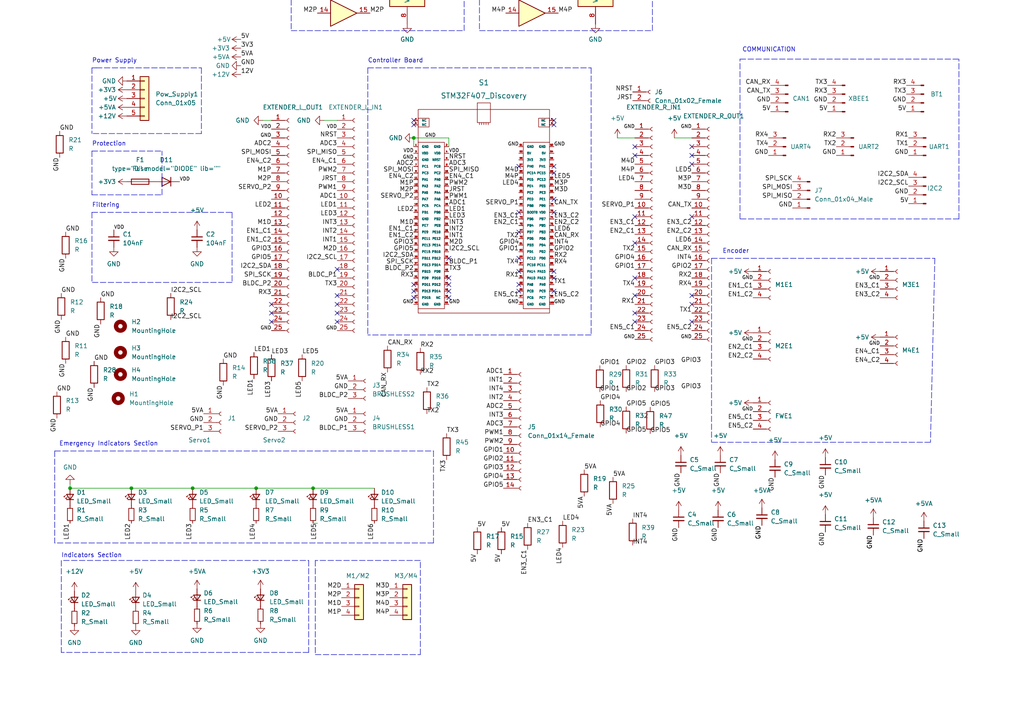
<source format=kicad_sch>
(kicad_sch (version 20211123) (generator eeschema)
  (paper "A4")
  (junction (at 38.1 141.605))
  (junction (at 120.015 40.005))
  (junction (at 74.295 141.605))
  (junction (at 55.88 141.605))
  (junction (at 90.805 141.605))
  (junction (at 20.32 141.605))
  (no_connect (at 120.015 82.55))
  (no_connect (at 130.175 80.645))
  (no_connect (at 184.15 45.085))
  (no_connect (at 160.655 57.785))
  (no_connect (at 200.66 85.725))
  (no_connect (at 120.015 36.195))
  (no_connect (at 78.74 88.265))
  (no_connect (at 160.655 78.74))
  (no_connect (at 160.655 34.925))
  (no_connect (at 150.495 61.595))
  (no_connect (at 200.66 93.345))
  (no_connect (at 200.66 42.545))
  (no_connect (at 160.655 84.455))
  (no_connect (at 160.655 61.595))
  (no_connect (at 184.15 62.865))
  (no_connect (at 97.79 90.805))
  (no_connect (at 150.495 67.31))
  (no_connect (at 160.655 48.26))
  (no_connect (at 150.495 74.93))
  (no_connect (at 97.79 85.725))
  (no_connect (at 150.495 84.455))
  (no_connect (at 78.74 93.345))
  (no_connect (at 97.79 88.265))
  (no_connect (at 200.66 45.085))
  (no_connect (at 130.175 82.55))
  (no_connect (at 184.15 93.345))
  (no_connect (at 184.15 42.545))
  (no_connect (at 120.015 34.925))
  (no_connect (at 200.66 62.865))
  (no_connect (at 130.175 74.93))
  (no_connect (at 184.15 85.725))
  (no_connect (at 184.15 90.805))
  (no_connect (at 160.655 50.165))
  (no_connect (at 130.175 86.36))
  (no_connect (at 97.79 93.345))
  (no_connect (at 160.655 80.645))
  (no_connect (at 97.79 78.105))
  (no_connect (at 160.655 36.195))
  (no_connect (at 120.015 86.36))
  (no_connect (at 184.15 80.645))
  (no_connect (at 184.15 70.485))
  (no_connect (at 200.66 88.265))
  (no_connect (at 150.495 78.74))
  (no_connect (at 200.66 47.625))
  (no_connect (at 150.495 82.55))
  (no_connect (at 130.175 84.455))
  (no_connect (at 120.015 84.455))
  (no_connect (at 150.495 48.26))
  (no_connect (at 78.74 90.805))
  (polyline (pts (xy 206.375 74.93) (xy 271.145 74.93)))
  (polyline (pts (xy 139.065 8.89) (xy 189.23 8.89)))
  (polyline (pts (xy 214.63 63.5) (xy 214.63 17.145)))
  (polyline (pts (xy 46.99 56.515) (xy 46.99 43.815)))
  (polyline (pts (xy 271.145 74.93) (xy 269.875 128.27)))
  (wire (pts (xy 90.805 141.605) (xy 108.585 141.605)))
  (wire (pts (xy 92.075 151.765) (xy 90.805 151.765)))
  (polyline (pts (xy 84.455 8.89) (xy 134.62 8.89)))
  (polyline (pts (xy 278.13 63.5) (xy 214.63 63.5)))
  (wire (pts (xy 20.32 141.605) (xy 38.1 141.605)))
  (polyline (pts (xy 27.94 19.685) (xy 58.42 19.685)))
  (wire (pts (xy 195.58 40.005) (xy 200.66 40.005)))
  (polyline (pts (xy 26.67 19.685) (xy 26.67 38.735)))
  (polyline (pts (xy 26.67 56.515) (xy 46.99 56.515)))
  (polyline (pts (xy 121.92 162.56) (xy 91.44 162.56)))
  (polyline (pts (xy 125.73 130.81) (xy 125.73 157.48)))
  (polyline (pts (xy 26.67 61.595) (xy 67.31 61.595)))
  (polyline (pts (xy 89.535 189.23) (xy 17.78 189.23)))
  (polyline (pts (xy 26.67 43.815) (xy 26.67 56.515)))
  (polyline (pts (xy 139.065 -52.705) (xy 182.88 -52.705)))
  (polyline (pts (xy 171.45 19.685) (xy 171.45 97.155)))
  (polyline (pts (xy 269.875 128.27) (xy 206.375 128.27)))
  (polyline (pts (xy 15.875 130.81) (xy 125.73 130.81)))
  (polyline (pts (xy 89.535 162.56) (xy 89.535 189.23)))
  (wire (pts (xy 93.98 34.925) (xy 97.79 34.925)))
  (polyline (pts (xy 15.875 130.81) (xy 15.875 157.48)))
  (polyline (pts (xy 121.92 189.865) (xy 121.92 162.56)))
  (wire (pts (xy 76.2 34.925) (xy 78.74 34.925)))
  (polyline (pts (xy 106.68 19.685) (xy 106.68 97.155)))
  (wire (pts (xy 38.1 141.605) (xy 55.88 141.605)))
  (polyline (pts (xy 91.44 189.865) (xy 121.92 189.865)))
  (polyline (pts (xy 58.42 38.735) (xy 26.67 38.735)))
  (wire (pts (xy 130.175 40.005) (xy 130.175 42.545)))
  (polyline (pts (xy 171.45 97.155) (xy 106.68 97.155)))
  (polyline (pts (xy 58.42 19.685) (xy 58.42 38.735)))
  (polyline (pts (xy 18.415 162.56) (xy 89.535 162.56)))
  (polyline (pts (xy 84.455 -52.705) (xy 128.27 -52.705)))
  (wire (pts (xy 20.32 140.335) (xy 20.32 141.605)))
  (polyline (pts (xy 67.31 61.595) (xy 67.31 81.915)))
  (polyline (pts (xy 206.375 74.93) (xy 206.375 128.27)))
  (polyline (pts (xy 26.67 19.685) (xy 27.94 19.685)))
  (polyline (pts (xy 182.245 -52.705) (xy 189.23 -52.705)))
  (polyline (pts (xy 214.63 17.145) (xy 278.13 17.145)))
  (polyline (pts (xy 17.78 162.56) (xy 17.78 189.23)))
  (polyline (pts (xy 139.065 -52.705) (xy 139.065 8.89)))
  (wire (pts (xy 150.622 71.12) (xy 150.495 71.12)))
  (polyline (pts (xy 106.68 19.685) (xy 171.45 19.685)))
  (polyline (pts (xy 125.73 157.48) (xy 15.875 157.48)))
  (polyline (pts (xy 26.67 61.595) (xy 26.67 81.915)))
  (polyline (pts (xy 91.44 162.56) (xy 91.44 189.865)))
  (wire (pts (xy 55.88 141.605) (xy 74.295 141.605)))
  (polyline (pts (xy 278.13 63.5) (xy 278.13 17.145)))
  (wire (pts (xy 179.07 40.005) (xy 184.15 40.005)))
  (wire (pts (xy 120.015 40.005) (xy 120.015 42.545)))
  (wire (pts (xy 120.015 40.005) (xy 130.175 40.005)))
  (polyline (pts (xy 67.31 81.915) (xy 26.67 81.915)))
  (polyline (pts (xy 134.62 8.89) (xy 134.62 -52.705)))
  (wire (pts (xy 74.295 141.605) (xy 90.805 141.605)))
  (polyline (pts (xy 189.23 8.89) (xy 189.23 -52.705)))
  (polyline (pts (xy 84.455 -52.705) (xy 84.455 8.89)))
  (polyline (pts (xy 127.635 -52.705) (xy 134.62 -52.705)))
  (polyline (pts (xy 26.67 43.815) (xy 46.99 43.815)))
  (text "Encoder \n" (at 209.55 73.66 0) (effects (font (size 1.27 1.27)) (justify left bottom)))
  (text "Indicators Section" (at 17.78 161.925 0) (effects (font (size 1.27 1.27)) (justify left bottom)))
  (text "Buffer 1" (at 88.265 -55.245 0) (effects (font (size 1.27 1.27)) (justify left bottom)))
  (text "Emergency Indicators Section" (at 17.145 129.54 0) (effects (font (size 1.27 1.27)) (justify left bottom)))
  (text "COMMUNICATION\n" (at 215.265 15.24 0) (effects (font (size 1.27 1.27)) (justify left bottom)))
  (text "Filtering\n" (at 26.67 60.325 0) (effects (font (size 1.27 1.27)) (justify left bottom)))
  (text "Power Supply\n" (at 26.67 18.415 0) (effects (font (size 1.27 1.27)) (justify left bottom)))
  (text "Protection\n" (at 26.67 42.545 0) (effects (font (size 1.27 1.27)) (justify left bottom)))
  (text "Controller Board\n" (at 106.68 18.415 0) (effects (font (size 1.27 1.27)) (justify left bottom)))
  (text "Buffer 2\n" (at 142.875 -55.88 0) (effects (font (size 1.27 1.27)) (justify left bottom)))
  (label "GPIO2" (at 200.66 78.105 180))
  (label "M2D" (at 107.315 -39.37 0))
  (label "GND" (at 16.51 113.665 0))
  (label "GND" (at 78.74 95.885 180) (effects (font (size 1 1))))
  (label "5V" (at 138.43 153.035 0))
  (label "GND" (at 29.21 86.36 0))
  (label "GPIO3" (at 197.485 105.41 0))
  (label "M4P" (at 150.495 52.07 180))
  (label "M2P" (at 92.075 3.81 180))
  (label "GPIO3" (at 120.015 71.12 180))
  (label "5VA" (at 169.4544 136.3103 0))
  (label "EN2_C1" (at 184.15 67.945 180))
  (label "M1P" (at 92.075 -13.97 180))
  (label "GND" (at 19.05 74.93 270))
  (label "SPI_MOSI" (at 78.74 45.085 180))
  (label "EN5_C1" (at 184.15 95.885 180))
  (label "GPIO4" (at 174.1006 116.2084 0))
  (label "GPIO3" (at 78.74 73.025 180))
  (label "GND" (at 223.52 29.845 180))
  (label "GPIO2" (at 146.05 133.985 180))
  (label "NRST" (at 97.79 40.005 180))
  (label "LED1" (at 73.66 109.855 270))
  (label "EN3_C1" (at 255.27 83.82 180))
  (label "RX3" (at 262.89 24.765 180))
  (label "M1D" (at 92.075 -5.08 180))
  (label "EN2_C1" (at 150.495 65.405 180))
  (label "LED5" (at 87.63 102.87 0))
  (label "5V" (at 69.85 11.43 0))
  (label "GPIO3" (at 189.8856 105.985 0))
  (label "GND" (at 69.85 19.05 0))
  (label "3V3" (at 69.85 13.97 0))
  (label "RX4" (at 160.655 76.835 0))
  (label "M4P" (at 113.03 178.435 180))
  (label "GPIO1" (at 150.495 73.025 180))
  (label "CAN_RX" (at 112.395 107.95 270))
  (label "M3P" (at 113.03 173.355 180))
  (label "GPIO3" (at 189.8856 113.605 0))
  (label "RX3" (at 240.03 27.305 180))
  (label "GPIO4" (at 184.15 75.565 180))
  (label "M2P" (at 78.74 52.705 180))
  (label "GND" (at 19.05 97.79 0))
  (label "GND" (at 222.885 45.085 180))
  (label "GND" (at 253.2995 155.2136 270))
  (label "EN4_C1" (at 97.79 47.625 180))
  (label "EN1_C2" (at 120.015 69.215 180))
  (label "RX4" (at 222.885 40.005 180))
  (label "GND" (at 17.3228 38.0492 0))
  (label "LED4" (at 163.195 158.75 270))
  (label "GND" (at 224.79 138.43 270))
  (label "GND" (at 200.66 37.465 180) (effects (font (size 1 1))))
  (label "TX2" (at 242.57 42.545 180))
  (label "SPI_MOSI" (at 229.87 55.245 180))
  (label "GND" (at 200.66 98.425 180) (effects (font (size 1 1))))
  (label "EN4_C2" (at 255.27 105.41 180))
  (label "GND" (at 263.525 56.515 180))
  (label "INT2" (at 97.79 67.945 180))
  (label "TX3" (at 240.03 24.765 180))
  (label "GND" (at 184.15 37.465 180) (effects (font (size 1 1))))
  (label "EN5_C2" (at 160.655 86.36 0))
  (label "5VA" (at 69.85 16.51 0))
  (label "GND" (at 64.77 111.76 270))
  (label "CAN_TX" (at 200.66 60.325 180))
  (label "I2C2_SCL" (at 97.79 75.565 180))
  (label "TX2" (at 150.495 69.215 180))
  (label "GND" (at 255.27 81.28 180) (effects (font (size 1 1))))
  (label "GND" (at 220.98 152.4 270))
  (label "GPIO5" (at 78.74 75.565 180))
  (label "EN3_C2" (at 200.66 65.405 180))
  (label "SPI_SCK" (at 78.74 80.645 180))
  (label "M3P" (at 146.685 -31.115 180))
  (label "GND" (at 197.485 137.16 270))
  (label "GND" (at 17.3228 45.6692 270))
  (label "INT3" (at 146.05 121.285 180))
  (label "GPIO5" (at 188.595 118.11 0))
  (label "GND" (at 262.89 29.845 180))
  (label "EN5_C2" (at 200.66 95.885 180))
  (label "INT4" (at 183.515 150.495 0))
  (label "INT4" (at 146.05 113.665 180))
  (label "BLDC_P2" (at 78.74 83.185 180))
  (label "EN5_C2" (at 218.44 124.46 180))
  (label "GND" (at 123.19 40.005 0) (effects (font (size 1 1))))
  (label "LED2" (at 120.015 61.595 180))
  (label "5V" (at 223.52 32.385 180))
  (label "GPIO3" (at 146.05 136.525 180))
  (label "RX1" (at 150.495 80.645 180))
  (label "M3P" (at 160.655 53.975 0))
  (label "M3D" (at 160.655 55.88 0))
  (label "5V" (at 240.03 32.385 180))
  (label "M2D" (at 92.075 -39.37 180))
  (label "GND" (at 120.015 88.265 180) (effects (font (size 1 1))))
  (label "TX4" (at 184.15 83.185 180))
  (label "EN2_C1" (at 218.44 101.6 180))
  (label "VDD" (at 120.015 44.45 180) (effects (font (size 1 1))))
  (label "LED6" (at 160.655 67.31 0))
  (label "EN2_C2" (at 160.655 65.405 0))
  (label "M3D" (at 161.925 -22.86 0))
  (label "GND" (at 239.395 154.305 270))
  (label "LED3" (at 55.88 151.765 270))
  (label "GND" (at 218.44 81.28 180) (effects (font (size 1 1))))
  (label "LED2" (at 78.74 60.325 180))
  (label "LED1" (at 130.175 61.595 0))
  (label "GND" (at 267.97 156.21 270))
  (label "GPIO2" (at 160.655 73.025 0))
  (label "SERVO_P1" (at 59.055 125.095 180))
  (label "TX2" (at 123.825 112.395 0))
  (label "M4D" (at 161.925 -5.08 0))
  (label "5VA" (at 59.055 120.015 180))
  (label "GPIO5" (at 181.625 125.6277 0))
  (label "INT4" (at 183.515 158.115 0))
  (label "LED1" (at 97.79 60.325 180))
  (label "TX2" (at 184.15 73.025 180))
  (label "RX3" (at 78.74 85.725 180))
  (label "JRST" (at 97.79 52.705 180))
  (label "RX1" (at 184.15 88.265 180))
  (label "INT1" (at 146.05 111.125 180))
  (label "VDD" (at 52.07 52.705 0) (effects (font (size 1 1))))
  (label "GND" (at 184.15 98.425 180) (effects (font (size 1 1))))
  (label "SPI_MOSI" (at 120.015 50.165 180))
  (label "GND" (at 150.495 88.265 180) (effects (font (size 1 1))))
  (label "M1P" (at 120.015 53.975 180))
  (label "EN4_C1" (at 130.175 52.07 0))
  (label "I2C2_SCL" (at 49.53 92.71 0))
  (label "M1P" (at 99.06 178.435 180))
  (label "GND" (at 19.05 105.41 270))
  (label "GPIO2" (at 181.625 105.985 0))
  (label "M3D" (at 113.03 170.815 180))
  (label "ADC2" (at 146.05 118.745 180))
  (label "LED4" (at 150.495 53.975 180))
  (label "EN3_C2" (at 255.27 86.36 180))
  (label "LED6" (at 108.585 151.765 270))
  (label "M4P" (at 184.15 50.165 180))
  (label "BLDC_P1" (at 100.965 125.095 180))
  (label "GND" (at 130.175 88.265 0) (effects (font (size 1 1))))
  (label "TX4" (at 150.495 76.835 180))
  (label "GND" (at 208.28 153.035 270))
  (label "ADC2" (at 78.74 42.545 180))
  (label "EN4_C2" (at 120.015 52.07 180))
  (label "TX3" (at 129.54 133.35 270))
  (label "CAN_TX" (at 160.655 59.69 0))
  (label "BLDC_P1" (at 97.79 80.645 180))
  (label "LED2" (at 38.1 151.765 270))
  (label "INT2" (at 130.175 67.31 0))
  (label "GND" (at 19.05 67.31 0))
  (label "ADC1" (at 130.175 59.69 0))
  (label "TX2" (at 123.825 120.015 0))
  (label "I2C2_SCL" (at 130.175 73.025 0))
  (label "5VA" (at 100.965 120.015 180))
  (label "M1P" (at 107.315 -13.97 0))
  (label "EN3_C1" (at 184.15 65.405 180))
  (label "GND" (at 218.44 99.06 180) (effects (font (size 1 1))))
  (label "M2P" (at 107.315 3.81 0))
  (label "JRST" (at 183.515 29.21 180))
  (label "GND" (at 229.87 60.325 180))
  (label "PWM1" (at 130.175 57.785 0))
  (label "M4D" (at 184.15 47.625 180))
  (label "12V" (at 69.85 21.59 0))
  (label "EN3_C1" (at 153.035 151.765 0))
  (label "SPI_MISO" (at 229.87 57.785 180))
  (label "ADC3" (at 130.175 48.26 0))
  (label "TX3" (at 129.54 125.73 0))
  (label "RX2" (at 121.92 100.965 0))
  (label "SERVO_P1" (at 184.15 60.325 180))
  (label "I2C2_SDA" (at 263.525 51.435 180))
  (label "INT4" (at 200.66 75.565 180))
  (label "BLDC_P2" (at 100.965 115.57 180))
  (label "ADC1" (at 146.05 108.585 180))
  (label "LED4" (at 163.195 151.13 0))
  (label "GPIO3" (at 197.485 113.03 0))
  (label "ADC2" (at 120.015 48.26 180))
  (label "GPIO5" (at 188.595 125.73 0))
  (label "M4D" (at 146.685 -5.08 180))
  (label "GND" (at 218.44 119.38 180) (effects (font (size 1 1))))
  (label "TX3" (at 130.175 78.74 0))
  (label "M4P" (at 161.925 3.81 0))
  (label "M1D" (at 99.06 175.895 180))
  (label "VDD" (at 130.175 44.45 0) (effects (font (size 1 1))))
  (label "TX3" (at 97.79 83.185 180))
  (label "GPIO5" (at 181.625 118.0077 0))
  (label "LED6" (at 200.66 70.485 180))
  (label "EN4_C1" (at 255.27 102.87 180))
  (label "EN3_C1" (at 153.035 159.385 270))
  (label "5VA" (at 177.8 138.43 0))
  (label "GPIO1" (at 184.15 78.105 180))
  (label "SPI_SCK" (at 229.87 52.705 180))
  (label "5VA" (at 177.8 146.05 270))
  (label "PWM1" (at 97.79 55.245 180))
  (label "I2C2_SCL" (at 263.525 53.975 180))
  (label "GND" (at 160.655 42.545 0) (effects (font (size 1 1))))
  (label "GND" (at 64.77 104.14 0))
  (label "I2C2_SCL" (at 49.53 85.09 0))
  (label "SERVO_P2" (at 78.74 55.245 180))
  (label "TX3" (at 262.89 27.305 180))
  (label "GND" (at 120.015 46.355 180) (effects (font (size 1 1))))
  (label "EN1_C1" (at 120.015 67.31 180))
  (label "LED3" (at 78.74 110.49 270))
  (label "GND" (at 78.74 40.005 180) (effects (font (size 1 1))))
  (label "M3P" (at 161.925 -31.115 0))
  (label "GND" (at 27.305 104.775 0))
  (label "ADC3" (at 146.05 123.825 180))
  (label "EN2_C2" (at 200.66 67.945 180))
  (label "GND" (at 17.78 85.09 0))
  (label "GND" (at 16.51 121.285 270))
  (label "SPI_MISO" (at 97.79 45.085 180))
  (label "M1D" (at 120.015 65.405 180))
  (label "GND" (at 263.525 45.085 180))
  (label "SPI_MISO" (at 130.175 50.165 0))
  (label "M2P" (at 120.015 55.88 180))
  (label "M4D" (at 150.495 50.165 180))
  (label "VDD" (at 33.02 66.675 0) (effects (font (size 1 1))))
  (label "GND" (at 239.395 137.795 270))
  (label "LED3" (at 130.175 63.5 0))
  (label "TX4" (at 222.885 42.545 180))
  (label "LED5" (at 87.63 110.49 270))
  (label "GND" (at 208.915 137.16 270))
  (label "RX3" (at 120.015 80.645 180))
  (label "LED3" (at 78.74 102.87 0))
  (label "5VA" (at 80.645 120.015 180))
  (label "CAN_RX" (at 112.395 100.33 0))
  (label "GND" (at 100.965 122.555 180))
  (label "BLDC_P2" (at 120.015 78.74 180))
  (label "LED5" (at 200.66 50.165 180))
  (label "VDD" (at 78.74 37.465 180) (effects (font (size 1 1))))
  (label "PWM2" (at 146.05 128.905 180))
  (label "GPIO5" (at 120.015 73.025 180))
  (label "LED1" (at 73.66 102.235 0))
  (label "LED1" (at 20.32 151.765 270))
  (label "GND" (at 242.57 45.085 180))
  (label "NRST" (at 130.175 46.355 0))
  (label "LED5" (at 92.075 151.765 270))
  (label "CAN_RX" (at 200.66 73.025 180))
  (label "LED5" (at 160.655 52.07 0))
  (label "PWM1" (at 146.05 126.365 180))
  (label "INT3" (at 97.79 65.405 180))
  (label "GPIO4" (at 150.622 71.12 180))
  (label "GND" (at 267.97 156.21 270))
  (label "M1D" (at 107.315 -5.08 0))
  (label "NRST" (at 183.515 26.67 180))
  (label "PWM2" (at 130.175 53.975 0))
  (label "INT1" (at 97.79 70.485 180))
  (label "M4D" (at 113.03 175.895 180))
  (label "M1P" (at 78.74 50.165 180))
  (label "M4P" (at 146.685 3.81 180))
  (label "LED3" (at 97.79 62.865 180))
  (label "M1D" (at 78.74 65.405 180))
  (label "GND" (at 17.78 92.71 270))
  (label "GPIO5" (at 146.05 141.605 180))
  (label "GND" (at 100.965 113.03 180))
  (label "GPIO4" (at 146.05 139.065 180))
  (label "M2P" (at 99.06 173.355 180))
  (label "GND" (at 240.03 29.845 180))
  (label "5V" (at 145.415 160.655 270))
  (label "TX1" (at 160.655 82.55 0))
  (label "5V" (at 138.43 160.655 270))
  (label "5V" (at 263.525 59.055 180))
  (label "GND" (at 255.27 100.33 180) (effects (font (size 1 1))))
  (label "RX4" (at 200.66 83.185 180))
  (label "RX2" (at 242.57 40.005 180))
  (label "EN3_C2" (at 160.655 63.5 0))
  (label "EN1_C1" (at 78.74 67.945 180))
  (label "I2C2_SDA" (at 78.74 78.105 180))
  (label "LED4" (at 74.295 151.765 270))
  (label "ADC1" (at 97.79 57.785 180))
  (label "M3D" (at 200.66 55.245 180))
  (label "M2D" (at 99.06 170.815 180))
  (label "I2C2_SDA" (at 120.015 74.93 180))
  (label "GND" (at 160.655 88.265 0) (effects (font (size 1 1))))
  (label "EN4_C2" (at 78.74 47.625 180))
  (label "INT2" (at 146.05 116.205 180))
  (label "PWM2" (at 97.79 50.165 180))
  (label "RX2" (at 200.66 80.645 180))
  (label "GND" (at 29.21 93.98 270))
  (label "TX1" (at 263.525 42.545 180))
  (label "INT1" (at 130.175 69.215 0))
  (label "EN1_C1" (at 218.44 83.82 180))
  (label "CAN_RX" (at 160.655 69.215 0))
  (label "EN5_C1" (at 218.44 121.92 180))
  (label "SERVO_P2" (at 80.645 125.095 180))
  (label "GPIO2" (at 181.625 113.605 0))
  (label "INT3" (at 130.175 65.405 0))
  (label "EN3_C1" (at 150.495 63.5 180))
  (label "BLDC_P1" (at 130.175 76.835 0))
  (label "M3D" (at 146.685 -22.86 180))
  (label "EN2_C2" (at 218.44 104.14 180))
  (label "RX2" (at 160.655 74.93 0))
  (label "SERVO_P2" (at 120.015 57.785 180))
  (label "GND" (at 80.645 122.555 180))
  (label "SPI_SCK" (at 120.015 76.835 180))
  (label "TX1" (at 200.66 90.805 180))
  (label "RX2" (at 121.92 108.585 0))
  (label "RX1" (at 263.525 40.005 180))
  (label "5VA" (at 100.965 110.49 180))
  (label "GPIO1" (at 173.99 106.045 0))
  (label "5V" (at 262.89 32.385 180))
  (label "5VA" (at 169.4544 143.9303 270))
  (label "GND" (at 59.055 122.555 180))
  (label "CAN_RX" (at 223.52 24.765 180))
  (label "VDD" (at 97.79 37.465 180) (effects (font (size 1 1))))
  (label "M3P" (at 200.66 52.705 180))
  (label "M2D" (at 130.175 71.12 0))
  (label "GND" (at 220.98 152.4 270))
  (label "5V" (at 145.415 153.035 0))
  (label "JRST" (at 130.175 55.88 0))
  (label "GND" (at 27.305 112.395 270))
  (label "GND" (at 97.79 95.885 180) (effects (font (size 1 1))))
  (label "EN5_C1" (at 150.495 86.36 180))
  (label "M2D" (at 97.79 73.025 180))
  (label "EN1_C2" (at 218.44 86.36 180))
  (label "ADC3" (at 97.79 42.545 180))
  (label "GND" (at 150.495 42.545 180) (effects (font (size 1 1))))
  (label "SERVO_P1" (at 150.495 59.69 180))
  (label "INT4" (at 160.655 71.12 0))
  (label "CAN_TX" (at 223.52 27.305 180))
  (label "GPIO1" (at 146.05 131.445 180))
  (label "GPIO4" (at 174.1006 123.8284 0))
  (label "EN1_C2" (at 78.74 70.485 180))
  (label "GPIO1" (at 173.99 113.665 0))
  (label "GND" (at 253.2995 155.2136 270))
  (label "GND" (at 196.85 153.035 270))
  (label "LED4" (at 184.15 52.705 180))
  (symbol (lib_id "Device:C_Small") (at 196.85 150.495 0) (unit 1)
    (property "Reference" "C4" (at 199.39 149.2312 0) (effects (justify left)))
    (property "Value" "C_Small" (at 199.39 151.7712 0) (effects (justify left)))
    (property "Footprint" "Robotics_club_modFiles:Capacitor_Disc_Small" (effects hide))
  )
  (symbol (lib_id "Device:C_Small") (at 267.97 153.67 0) (unit 1)
    (property "Reference" "C13" (at 270.51 152.4062 0) (effects (justify left)))
    (property "Value" "C_Small" (at 270.51 154.9462 0) (effects (justify left)))
    (property "Footprint" "MY_LIB:Capacitor_Disc_Small" (effects hide))
  )
  (symbol (lib_id "Device:R_Small") (at 55.88 149.225 0) (unit 1)
    (property "Reference" "R5" (at 57.785 147.9549 0) (effects (justify left)))
    (property "Value" "R_Small" (at 57.785 150.4949 0) (effects (justify left)))
    (property "Footprint" "Robotics_club_modFiles:Resistor_small" (effects hide))
  )
  (symbol (lib_id "Device:LED_Small") (at 21.59 173.99 90) (unit 1)
    (property "Reference" "D2" (at 23.495 172.6564 90) (effects (justify right)))
    (property "Value" "LED_Small" (at 23.495 175.1964 90) (effects (justify right)))
    (property "Footprint" "Robotics_club_modFiles:LED_D3.0mm" (effects hide))
  )
  (symbol (lib_id "Device:C_Small") (at 239.395 151.765 0) (unit 1)
    (property "Reference" "C11" (at 241.935 150.5012 0) (effects (justify left)))
    (property "Value" "C_Small" (at 241.935 153.0412 0) (effects (justify left)))
    (property "Footprint" "Robotics_club_modFiles:Capacitor_Disc_Small" (effects hide))
  )
  (symbol (lib_id "power:+5V") (at 218.44 96.52 90) (unit 1)
    (property "Reference" "#PWR0136" (effects hide))
    (property "Value" "+5V" (at 215.265 96.5199 90) (effects (justify left)))
  )
  (symbol (lib_id "Device:R_Small") (at 74.295 149.225 0) (unit 1)
    (property "Reference" "R7" (at 76.835 147.9549 0) (effects (justify left)))
    (property "Value" "R_Small" (at 76.835 150.4949 0) (effects (justify left)))
    (property "Footprint" "Robotics_club_modFiles:Resistor_small" (effects hide))
  )
  (symbol (lib_id "Device:R") (at 169.4544 140.1203 0) (unit 1)
    (property "Reference" "R19" (at 171.9944 138.8502 0) (effects (justify left)))
    (property "Value" "R" (at 171.9944 141.3902 0) (effects (justify left)))
    (property "Footprint" "Resistor_THT:R_Axial_DIN0414_L11.9mm_D4.5mm_P15.24mm_Horizontal" (effects hide))
  )
  (symbol (lib_id "power:+12V") (at 21.59 171.45 0) (unit 1)
    (property "Reference" "#PWR0108" (effects hide))
    (property "Value" "+12V" (at 21.59 165.735 0))
  )
  (symbol (lib_id "4xxx:4050") (at 99.695 -22.86 0) (unit 3)
    (property "Reference" "U2" (at 99.695 -30.48 0))
    (property "Value" "4050" (at 99.695 -27.94 0))
    (property "Footprint" "Package_DIP:DIP-16_W7.62mm_LongPads" (effects hide))
    (property "Datasheet" "http://www.intersil.com/content/dam/intersil/documents/cd40/cd4050bms.pdf" (effects hide))
  )
  (symbol (lib_id "power:+3V3") (at 75.565 170.815 0) (unit 1)
    (property "Reference" "#PWR0106" (effects hide))
    (property "Value" "+3V3" (at 75.565 165.735 0))
  )
  (symbol (lib_id "Connector_Generic:Conn_01x04") (at 104.14 173.355 0) (unit 1)
    (property "Reference" "M1/M2" (at 100.33 167.005 0) (effects (justify left)))
    (property "Value" "Conn_01x04" (effects hide))
    (property "Footprint" "Robotics_club_modFiles:jst_4" (effects hide))
  )
  (symbol (lib_id "Device:R") (at 87.63 106.68 0) (unit 1)
    (property "Reference" "R20" (at 90.17 105.4099 0) (effects (justify left)))
    (property "Value" "R" (at 90.17 107.9499 0) (effects (justify left)))
    (property "Footprint" "Resistor_THT:R_Axial_DIN0414_L11.9mm_D4.5mm_P15.24mm_Horizontal" (effects hide))
  )
  (symbol (lib_id "Device:R") (at 73.66 106.045 0) (unit 1)
    (property "Reference" "R38" (at 76.2 104.7749 0) (effects (justify left)))
    (property "Value" "R" (at 76.2 107.3149 0) (effects (justify left)))
    (property "Footprint" "Resistor_THT:R_Axial_DIN0414_L11.9mm_D4.5mm_P20.32mm_Horizontal" (effects hide))
  )
  (symbol (lib_name "+5V_1") (lib_id "power:+5V") (at 208.915 132.08 0) (unit 1)
    (property "Reference" "#PWR0131" (effects hide))
    (property "Value" "+5V" (at 208.915 126.365 0))
  )
  (symbol (lib_id "Mechanical:MountingHole") (at 34.925 94.615 0) (unit 1)
    (property "Reference" "H2" (at 38.1 93.3449 0) (effects (justify left)))
    (property "Value" "MountingHole" (at 38.1 95.8849 0) (effects (justify left)))
    (property "Footprint" "MountingHole:MountingHole_3mm_Pad" (effects hide))
  )
  (symbol (lib_id "Device:R") (at 189.8856 109.795 0) (unit 1)
    (property "Reference" "R33" (at 192.4256 108.5249 0) (effects (justify left)))
    (property "Value" "R" (at 192.4256 111.0649 0) (effects (justify left)))
    (property "Footprint" "Resistor_THT:R_Axial_DIN0414_L11.9mm_D4.5mm_P15.24mm_Horizontal" (effects hide))
  )
  (symbol (lib_id "power:GND") (at 39.37 181.61 0) (unit 1)
    (property "Reference" "#PWR0103" (effects hide))
    (property "Value" "GND" (at 39.37 186.4106 0))
  )
  (symbol (lib_id "Connector:Conn_01x14_Female") (at 151.13 123.825 0) (unit 1)
    (property "Reference" "J5" (at 153.035 123.8249 0) (effects (justify left)))
    (property "Value" "Conn_01x14_Female" (at 153.035 126.3649 0) (effects (justify left)))
    (property "Footprint" "Connector_IDC:IDC-Header_2x07_P2.54mm_Latch_Vertical" (effects hide))
  )
  (symbol (lib_id "power:+5V") (at 218.44 116.84 90) (unit 1)
    (property "Reference" "#PWR0137" (effects hide))
    (property "Value" "+5V" (at 215.265 116.8399 90) (effects (justify left)))
  )
  (symbol (lib_id "power:GND") (at 33.02 71.755 0) (unit 1)
    (property "Reference" "#PWR0124" (effects hide))
    (property "Value" "GND" (at 33.02 76.5556 0))
  )
  (symbol (lib_id "4xxx:4050") (at 154.305 -5.08 0) (unit 5)
    (property "Reference" "U1" (at 154.305 -12.7 0))
    (property "Value" "4050" (at 154.305 -10.16 0))
    (property "Footprint" "Package_DIP:DIP-16_W7.62mm_LongPads" (effects hide))
    (property "Datasheet" "http://www.intersil.com/content/dam/intersil/documents/cd40/cd4050bms.pdf" (effects hide))
  )
  (symbol (lib_id "Device:LED_Small") (at 108.585 144.145 90) (unit 1)
    (property "Reference" "D10" (at 110.49 142.8114 90) (effects (justify right)))
    (property "Value" "LED_Small" (at 110.49 145.3514 90) (effects (justify right)))
    (property "Footprint" "Robotics_club_modFiles:LED_D3.0mm" (effects hide))
  )
  (symbol (lib_id "Device:R") (at 64.77 107.95 0) (unit 1)
    (property "Reference" "R14" (at 67.31 106.6799 0) (effects (justify left)))
    (property "Value" "R" (at 67.31 109.2199 0) (effects (justify left)))
    (property "Footprint" "Resistor_THT:R_Axial_DIN0414_L11.9mm_D4.5mm_P7.62mm_Vertical" (effects hide))
  )
  (symbol (lib_id "Connector:Conn_01x04_Male") (at 234.95 57.785 180) (unit 1)
    (property "Reference" "J7" (at 236.22 55.2449 0) (effects (justify right)))
    (property "Value" "Conn_01x04_Male" (at 236.22 57.7849 0) (effects (justify right)))
    (property "Footprint" "Robotics_club_modFiles:jst_4" (effects hide))
  )
  (symbol (lib_id "Connector:Conn_01x03_Female") (at 64.135 122.555 0) (unit 1)
    (property "Reference" "J1" (at 66.04 121.2849 0) (effects (justify left)))
    (property "Value" "Servo1" (at 54.61 127.635 0) (effects (justify left)))
    (property "Footprint" "Connector_JST:JST_EH_B3B-EH-A_1x03_P2.50mm_Vertical" (effects hide))
  )
  (symbol (lib_id "Device:R") (at 163.195 154.94 0) (unit 1)
    (property "Reference" "R23" (at 165.735 153.6699 0) (effects (justify left)))
    (property "Value" "R" (at 165.735 156.2099 0) (effects (justify left)))
    (property "Footprint" "Resistor_THT:R_Axial_DIN0414_L11.9mm_D4.5mm_P15.24mm_Horizontal" (effects hide))
  )
  (symbol (lib_id "Connector_Generic:Conn_01x05") (at 41.91 28.575 0) (unit 1)
    (property "Reference" "Pow_Supply1" (at 45.085 27.3049 0) (effects (justify left)))
    (property "Value" "Conn_01x05" (at 45.085 29.8449 0) (effects (justify left)))
    (property "Footprint" "Robotics_club_modFiles:JST_5_BIG" (effects hide))
  )
  (symbol (lib_name "+5V_1") (lib_id "power:+5V") (at 208.28 147.955 0) (unit 1)
    (property "Reference" "#PWR0130" (effects hide))
    (property "Value" "+5V" (at 208.28 142.24 0))
  )
  (symbol (lib_id "power:GND") (at 36.83 23.495 270) (unit 1)
    (property "Reference" "#PWR0116" (effects hide))
    (property "Value" "GND" (at 33.655 23.4949 90) (effects (justify right)))
  )
  (symbol (lib_id "Device:C_Small") (at 220.98 149.86 0) (unit 1)
    (property "Reference" "C8" (at 223.52 148.5962 0) (effects (justify left)))
    (property "Value" "C_Small" (at 223.52 151.1362 0) (effects (justify left)))
    (property "Footprint" "Robotics_club_modFiles:Capacitor_Disc_Small" (effects hide))
  )
  (symbol (lib_id "Device:R") (at 183.515 154.305 0) (unit 1)
    (property "Reference" "R39" (at 186.055 153.0349 0) (effects (justify left)))
    (property "Value" "R" (at 186.055 155.5749 0) (effects (justify left)))
    (property "Footprint" "Resistor_THT:R_Axial_DIN0414_L11.9mm_D4.5mm_P15.24mm_Horizontal" (effects hide))
  )
  (symbol (lib_id "Device:R_Small") (at 38.1 149.225 0) (unit 1)
    (property "Reference" "R3" (at 40.005 147.9549 0) (effects (justify left)))
    (property "Value" "R_Small" (at 40.005 150.4949 0) (effects (justify left)))
    (property "Footprint" "Robotics_club_modFiles:Resistor_small" (effects hide))
  )
  (symbol (lib_id "Connector:Conn_01x04_Male") (at 267.97 29.845 180) (unit 1)
    (property "Reference" "BT1" (at 269.875 27.3049 0) (effects (justify right)))
    (property "Value" "Conn_01x04_Male" (effects hide))
    (property "Footprint" "Robotics_club_modFiles:jst_4" (effects hide))
  )
  (symbol (lib_id "power:+5V") (at 255.27 78.74 90) (unit 1)
    (property "Reference" "#PWR0138" (effects hide))
    (property "Value" "+5V" (at 252.095 78.7399 90) (effects (justify left)))
  )
  (symbol (lib_id "Connector:Conn_01x03_Male") (at 227.965 42.545 180) (unit 1)
    (property "Reference" "UART4" (at 229.235 42.545 0) (effects (justify right)))
    (property "Value" "Conn_01x03_Male" (effects hide))
    (property "Footprint" "Connector_JST:JST_EH_B3B-EH-A_1x03_P2.50mm_Vertical" (effects hide))
  )
  (symbol (lib_name "+5V_1") (lib_id "power:+5V") (at 197.485 132.08 0) (unit 1)
    (property "Reference" "#PWR0129" (effects hide))
    (property "Value" "+5V" (at 197.485 126.365 0))
  )
  (symbol (lib_id "power:GND") (at 20.32 140.335 180) (unit 1)
    (property "Reference" "#PWR0109" (effects hide))
    (property "Value" "GND" (at 20.32 135.5344 0))
  )
  (symbol (lib_name "GND_1") (lib_id "power:GND") (at 120.015 40.005 270) (unit 1)
    (property "Reference" "#PWR0112" (effects hide))
    (property "Value" "GND" (at 116.84 40.0049 90) (effects (justify right)))
  )
  (symbol (lib_id "4xxx:4050") (at 154.305 -39.37 0) (unit 1)
    (property "Reference" "U1" (at 154.305 -46.99 0))
    (property "Value" "4050" (at 154.305 -44.45 0))
    (property "Footprint" "Package_DIP:DIP-16_W7.62mm_LongPads" (effects hide))
    (property "Datasheet" "http://www.intersil.com/content/dam/intersil/documents/cd40/cd4050bms.pdf" (effects hide))
  )
  (symbol (lib_id "power:GND") (at 57.15 71.755 0) (unit 1)
    (property "Reference" "#PWR0125" (effects hide))
    (property "Value" "GND" (at 57.15 76.5556 0))
  )
  (symbol (lib_id "power:+3V3") (at 69.85 13.97 90) (unit 1)
    (property "Reference" "#PWR0119" (effects hide))
    (property "Value" "+3V3" (at 66.675 13.9699 90) (effects (justify left)))
  )
  (symbol (lib_id "Connector:Conn_01x25_Female") (at 189.23 67.945 0) (unit 1)
    (property "Reference" "EXTENDER_R_IN1" (at 181.61 31.115 0) (effects (justify left)))
    (property "Value" "Conn_01x25_Female" (effects hide))
    (property "Footprint" "Robotics_club_modFiles:PinSocket_1x25_P2.54mm_Vertical" (effects hide))
  )
  (symbol (lib_id "Connector:Conn_01x04_Male") (at 228.6 29.845 180) (unit 1)
    (property "Reference" "CAN1" (at 229.87 28.5749 0) (effects (justify right)))
    (property "Value" "Conn_01x04_Male" (effects hide))
    (property "Footprint" "Robotics_club_modFiles:jst_4" (effects hide))
  )
  (symbol (lib_id "4xxx:4050") (at 99.695 -5.08 0) (unit 5)
    (property "Reference" "U2" (at 99.695 -12.7 0))
    (property "Value" "4050" (at 99.695 -11.43 0))
    (property "Footprint" "Package_DIP:DIP-16_W7.62mm_LongPads" (effects hide))
    (property "Datasheet" "http://www.intersil.com/content/dam/intersil/documents/cd40/cd4050bms.pdf" (effects hide))
  )
  (symbol (lib_id "Device:R") (at 138.43 156.845 0) (unit 1)
    (property "Reference" "R17" (at 140.97 155.5749 0) (effects (justify left)))
    (property "Value" "R" (at 140.97 158.1149 0) (effects (justify left)))
    (property "Footprint" "Resistor_THT:R_Axial_DIN0414_L11.9mm_D4.5mm_P15.24mm_Horizontal" (effects hide))
  )
  (symbol (lib_id "power:+5VA") (at 253.2995 150.1336 0) (unit 1)
    (property "Reference" "#PWR0134" (effects hide))
    (property "Value" "+5VA" (at 253.2995 145.0536 0))
  )
  (symbol (lib_id "power:+5VA") (at 267.97 151.13 0) (unit 1)
    (property "Reference" "#PWR0144" (effects hide))
    (property "Value" "+5VA" (at 267.97 146.05 0))
  )
  (symbol (lib_id "Device:LED_Small") (at 90.805 144.145 90) (unit 1)
    (property "Reference" "D9" (at 92.71 142.8114 90) (effects (justify right)))
    (property "Value" "LED_Small" (at 92.71 145.3514 90) (effects (justify right)))
    (property "Footprint" "Robotics_club_modFiles:LED_D3.0mm" (effects hide))
  )
  (symbol (lib_id "Connector:Conn_01x25_Female") (at 102.87 65.405 0) (unit 1)
    (property "Reference" "EXTENDER_L_IN1" (at 95.25 31.115 0) (effects (justify left)))
    (property "Value" "Conn_01x25_Female" (effects hide))
    (property "Footprint" "Robotics_club_modFiles:PinSocket_1x25_P2.54mm_Vertical" (effects hide))
  )
  (symbol (lib_id "Device:R") (at 121.92 104.775 0) (unit 1)
    (property "Reference" "R35" (at 124.46 103.5049 0) (effects (justify left)))
    (property "Value" "R" (at 124.46 106.0449 0) (effects (justify left)))
    (property "Footprint" "Resistor_THT:R_Axial_DIN0414_L11.9mm_D4.5mm_P15.24mm_Horizontal" (effects hide))
  )
  (symbol (lib_id "Connector:Conn_01x04_Female") (at 260.35 100.33 0) (unit 1)
    (property "Reference" "M4E1" (at 261.62 101.5999 0) (effects (justify left)))
    (property "Value" "Conn_01x04_Female" (effects hide))
    (property "Footprint" "Robotics_club_modFiles:jst_4" (effects hide))
  )
  (symbol (lib_id "Device:R") (at 19.05 101.6 0) (unit 1)
    (property "Reference" "R11" (at 21.59 100.3299 0) (effects (justify left)))
    (property "Value" "R" (at 21.59 102.8699 0) (effects (justify left)))
    (property "Footprint" "Resistor_THT:R_Axial_DIN0414_L11.9mm_D4.5mm_P7.62mm_Vertical" (effects hide))
  )
  (symbol (lib_id "power:+5V") (at 195.58 40.005 0) (unit 1)
    (property "Reference" "#PWR0141" (effects hide))
    (property "Value" "+5V" (at 195.58 34.29 0))
  )
  (symbol (lib_id "Connector:Conn_01x25_Female") (at 83.82 65.405 0) (unit 1)
    (property "Reference" "EXTENDER_L_OUT1" (at 76.2 31.115 0) (effects (justify left)))
    (property "Value" "Conn_01x25_Female" (effects hide))
    (property "Footprint" "Robotics_club_modFiles:PinSocket_1x25_P2.54mm_Vertical" (effects hide))
  )
  (symbol (lib_id "power:+5VA") (at 57.15 170.815 0) (unit 1)
    (property "Reference" "#PWR0105" (effects hide))
    (property "Value" "+5VA" (at 57.15 165.735 0))
  )
  (symbol (lib_id "Connector:Conn_01x03_Female") (at 85.725 122.555 0) (unit 1)
    (property "Reference" "J2" (at 87.63 121.2849 0) (effects (justify left)))
    (property "Value" "Servo2" (at 76.2 127.635 0) (effects (justify left)))
    (property "Footprint" "Connector_JST:JST_EH_B3B-EH-A_1x03_P2.50mm_Vertical" (effects hide))
  )
  (symbol (lib_id "Device:R") (at 181.625 109.795 0) (unit 1)
    (property "Reference" "R31" (at 184.165 108.5249 0) (effects (justify left)))
    (property "Value" "R" (at 184.165 111.0649 0) (effects (justify left)))
    (property "Footprint" "Resistor_THT:R_Axial_DIN0414_L11.9mm_D4.5mm_P15.24mm_Horizontal" (effects hide))
  )
  (symbol (lib_id "Connector:Conn_01x04_Female") (at 223.52 81.28 0) (unit 1)
    (property "Reference" "M1E1" (at 224.79 82.5499 0) (effects (justify left)))
    (property "Value" "Conn_01x04_Female" (effects hide))
    (property "Footprint" "Robotics_club_modFiles:jst_4" (effects hide))
  )
  (symbol (lib_id "Device:Fuse") (at 40.64 52.705 90) (unit 1)
    (property "Reference" "F1" (at 40.64 46.355 90))
    (property "Value" "Fuse" (at 40.64 48.895 90))
    (property "Footprint" "Robotics_club_modFiles:Fuse_Holder" (effects hide))
  )
  (symbol (lib_id "Device:R") (at 174.1006 120.0184 0) (unit 1)
    (property "Reference" "R30" (at 176.6406 118.7483 0) (effects (justify left)))
    (property "Value" "R" (at 176.6406 121.2883 0) (effects (justify left)))
    (property "Footprint" "Resistor_THT:R_Axial_DIN0414_L11.9mm_D4.5mm_P15.24mm_Horizontal" (effects hide))
  )
  (symbol (lib_id "Device:R") (at 27.305 108.585 0) (unit 1)
    (property "Reference" "R28" (at 29.845 107.3149 0) (effects (justify left)))
    (property "Value" "R" (at 29.845 109.8549 0) (effects (justify left)))
    (property "Footprint" "Resistor_THT:R_Axial_DIN0414_L11.9mm_D4.5mm_P15.24mm_Horizontal" (effects hide))
  )
  (symbol (lib_id "Device:R") (at 173.99 109.855 0) (unit 1)
    (property "Reference" "R29" (at 176.53 108.5849 0) (effects (justify left)))
    (property "Value" "R" (at 176.53 111.1249 0) (effects (justify left)))
    (property "Footprint" "Resistor_THT:R_Axial_DIN0414_L11.9mm_D4.5mm_P15.24mm_Horizontal" (effects hide))
  )
  (symbol (lib_id "4xxx:4050") (at 154.305 -31.115 0) (unit 2)
    (property "Reference" "U1" (at 154.305 -39.37 0))
    (property "Value" "4050" (at 154.305 -36.83 0))
    (property "Footprint" "Package_DIP:DIP-16_W7.62mm_LongPads" (effects hide))
    (property "Datasheet" "http://www.intersil.com/content/dam/intersil/documents/cd40/cd4050bms.pdf" (effects hide))
  )
  (symbol (lib_id "power:+5VA") (at 69.85 16.51 90) (unit 1)
    (property "Reference" "#PWR0121" (effects hide))
    (property "Value" "+5VA" (at 66.675 16.5099 90) (effects (justify left)))
  )
  (symbol (lib_id "power:+12V") (at 69.85 21.59 90) (unit 1)
    (property "Reference" "#PWR0122" (effects hide))
    (property "Value" "+12V" (at 66.675 21.5899 90) (effects (justify left)))
  )
  (symbol (lib_id "Device:R_Small") (at 20.32 149.225 0) (unit 1)
    (property "Reference" "R1" (at 22.225 147.9549 0) (effects (justify left)))
    (property "Value" "R_Small" (at 22.225 150.4949 0) (effects (justify left)))
    (property "Footprint" "Robotics_club_modFiles:Resistor_small" (effects hide))
  )
  (symbol (lib_id "power:GND") (at 118.11 6.985 0) (unit 1)
    (property "Reference" "#PWR0146" (effects hide))
    (property "Value" "GND" (at 118.11 11.43 0))
  )
  (symbol (lib_id "Device:R") (at 78.74 106.68 0) (unit 1)
    (property "Reference" "R37" (at 81.28 105.4099 0) (effects (justify left)))
    (property "Value" "R" (at 81.28 107.9499 0) (effects (justify left)))
    (property "Footprint" "Resistor_THT:R_Axial_DIN0414_L11.9mm_D4.5mm_P20.32mm_Horizontal" (effects hide))
  )
  (symbol (lib_id "Device:R_Small") (at 21.59 179.07 0) (unit 1)
    (property "Reference" "R2" (at 23.495 177.7999 0) (effects (justify left)))
    (property "Value" "R_Small" (at 23.495 180.3399 0) (effects (justify left)))
    (property "Footprint" "Robotics_club_modFiles:Resistor_small" (effects hide))
  )
  (symbol (lib_id "4xxx:4050") (at 99.695 3.81 0) (unit 6)
    (property "Reference" "U2" (at 99.695 -4.445 0))
    (property "Value" "4050" (at 99.695 -3.175 0))
    (property "Footprint" "Package_DIP:DIP-16_W7.62mm_LongPads" (effects hide))
    (property "Datasheet" "http://www.intersil.com/content/dam/intersil/documents/cd40/cd4050bms.pdf" (effects hide))
  )
  (symbol (lib_id "Device:LED_Small") (at 75.565 173.355 90) (unit 1)
    (property "Reference" "D8" (at 78.105 172.0214 90) (effects (justify right)))
    (property "Value" "LED_Small" (at 78.105 174.5614 90) (effects (justify right)))
    (property "Footprint" "Robotics_club_modFiles:LED_D3.0mm" (effects hide))
  )
  (symbol (lib_id "Connector:Conn_01x04_Female") (at 223.52 99.06 0) (unit 1)
    (property "Reference" "M2E1" (at 224.79 100.3299 0) (effects (justify left)))
    (property "Value" "Conn_01x04_Female" (effects hide))
    (property "Footprint" "Robotics_club_modFiles:jst_4" (effects hide))
  )
  (symbol (lib_id "Mechanical:MountingHole") (at 34.925 102.235 0) (unit 1)
    (property "Reference" "H3" (at 38.1 100.9649 0) (effects (justify left)))
    (property "Value" "MountingHole" (at 38.1 103.5049 0) (effects (justify left)))
    (property "Footprint" "MountingHole:MountingHole_3mm_Pad" (effects hide))
  )
  (symbol (lib_id "Device:R") (at 188.595 121.92 0) (unit 1)
    (property "Reference" "R47" (at 191.135 120.6499 0) (effects (justify left)))
    (property "Value" "R" (at 191.135 123.1899 0) (effects (justify left)))
    (property "Footprint" "Resistor_THT:R_Axial_DIN0414_L11.9mm_D4.5mm_P15.24mm_Horizontal" (effects hide))
  )
  (symbol (lib_id "Device:R_Small") (at 75.565 178.435 0) (unit 1)
    (property "Reference" "R8" (at 78.105 177.1649 0) (effects (justify left)))
    (property "Value" "R_Small" (at 78.105 179.7049 0) (effects (justify left)))
    (property "Footprint" "Robotics_club_modFiles:Resistor_small" (effects hide))
  )
  (symbol (lib_id "Device:C_Small") (at 197.485 134.62 0) (unit 1)
    (property "Reference" "C5" (at 200.025 133.3562 0) (effects (justify left)))
    (property "Value" "C_Small" (at 200.025 135.8962 0) (effects (justify left)))
    (property "Footprint" "Robotics_club_modFiles:Capacitor_Disc_Small" (effects hide))
  )
  (symbol (lib_id "Device:LED_Small") (at 39.37 173.99 90) (unit 1)
    (property "Reference" "D4" (at 41.275 172.6564 90) (effects (justify right)))
    (property "Value" "LED_Small" (at 41.275 175.1964 90) (effects (justify right)))
    (property "Footprint" "Robotics_club_modFiles:LED_D3.0mm" (effects hide))
  )
  (symbol (lib_id "Device:R") (at 16.51 117.475 0) (unit 1)
    (property "Reference" "R13" (at 19.05 116.2049 0) (effects (justify left)))
    (property "Value" "R" (at 19.05 118.7449 0) (effects (justify left)))
    (property "Footprint" "Resistor_THT:R_Axial_DIN0414_L11.9mm_D4.5mm_P15.24mm_Horizontal" (effects hide))
  )
  (symbol (lib_id "Device:C_Small") (at 224.79 135.89 0) (unit 1)
    (property "Reference" "C9" (at 227.33 134.6262 0) (effects (justify left)))
    (property "Value" "C_Small" (at 227.33 137.1662 0) (effects (justify left)))
    (property "Footprint" "Robotics_club_modFiles:Capacitor_Disc_Small" (effects hide))
  )
  (symbol (lib_id "Connector:Conn_01x03_Male") (at 268.605 42.545 180) (unit 1)
    (property "Reference" "UART1" (at 272.415 42.545 0))
    (property "Value" "Conn_01x03_Male" (effects hide))
    (property "Footprint" "Connector_JST:JST_EH_B3B-EH-A_1x03_P2.50mm_Vertical" (effects hide))
  )
  (symbol (lib_name "+5V_1") (lib_id "power:+5V") (at 224.79 133.35 0) (unit 1)
    (property "Reference" "#PWR0135" (effects hide))
    (property "Value" "+5V" (at 224.79 127.635 0))
  )
  (symbol (lib_id "4xxx:4050") (at 99.695 -13.97 0) (unit 4)
    (property "Reference" "U2" (at 99.695 -21.59 0))
    (property "Value" "4050" (at 99.695 -20.32 0))
    (property "Footprint" "Package_DIP:DIP-16_W7.62mm_LongPads" (effects hide))
    (property "Datasheet" "http://www.intersil.com/content/dam/intersil/documents/cd40/cd4050bms.pdf" (effects hide))
  )
  (symbol (lib_id "Device:R") (at 17.78 88.9 0) (unit 1)
    (property "Reference" "R12" (at 20.32 87.6299 0) (effects (justify left)))
    (property "Value" "R" (at 20.32 90.1699 0) (effects (justify left)))
    (property "Footprint" "Resistor_THT:R_Axial_DIN0414_L11.9mm_D4.5mm_P7.62mm_Vertical" (effects hide))
  )
  (symbol (lib_id "power:GND") (at 172.72 6.985 0) (unit 1)
    (property "Reference" "#PWR0128" (effects hide))
    (property "Value" "GND" (at 172.72 11.43 0))
  )
  (symbol (lib_id "power:GND") (at 76.2 34.925 270) (unit 1)
    (property "Reference" "#PWR0110" (effects hide))
    (property "Value" "GND" (at 72.39 34.9249 90) (effects (justify right)))
  )
  (symbol (lib_id "Connector:Conn_01x02_Female") (at 188.595 26.67 0) (unit 1)
    (property "Reference" "J6" (at 189.865 26.6699 0) (effects (justify left)))
    (property "Value" "Conn_01x02_Female" (at 189.865 29.2099 0) (effects (justify left)))
    (property "Footprint" "Connector_PinHeader_2.54mm:PinHeader_1x02_P2.54mm_Vertical" (effects hide))
  )
  (symbol (lib_id "Connector:Conn_01x04_Male") (at 268.605 56.515 180) (unit 1)
    (property "Reference" "I2C2" (at 271.145 54.61 0))
    (property "Value" "I2C1" (effects hide))
    (property "Footprint" "Robotics_club_modFiles:jst_4" (effects hide))
  )
  (symbol (lib_id "power:+5VA") (at 36.83 31.115 90) (unit 1)
    (property "Reference" "#PWR0115" (effects hide))
    (property "Value" "+5VA" (at 33.655 31.1149 90) (effects (justify left)))
  )
  (symbol (lib_name "+5V_1") (lib_id "power:+5V") (at 36.83 28.575 90) (unit 1)
    (property "Reference" "#PWR0114" (effects hide))
    (property "Value" "+5V" (at 29.845 28.575 90) (effects (justify right)))
  )
  (symbol (lib_id "power:+5V") (at 179.07 40.005 0) (unit 1)
    (property "Reference" "#PWR0142" (effects hide))
    (property "Value" "+5V" (at 179.07 34.29 0))
  )
  (symbol (lib_id "Device:C_Small") (at 33.02 69.215 0) (unit 1)
    (property "Reference" "C1" (at 35.56 67.9512 0) (effects (justify left)))
    (property "Value" "104nF" (at 35.56 70.4912 0) (effects (justify left)))
    (property "Footprint" "Robotics_club_modFiles:Capacitor_Disc_Small" (effects hide))
  )
  (symbol (lib_id "Prashant_library:STM32F407_Discovery") (at 140.335 71.12 0) (unit 1)
    (property "Reference" "S1" (at 140.335 23.9522 0) (effects (font (size 1.524 1.524))))
    (property "Value" "STM32F407_Discovery" (at 140.335 27.7622 0) (effects (font (size 1.524 1.524))))
    (property "Footprint" "Robotics_club_modFiles:STM32F407_Discovery" (effects hide))
  )
  (symbol (lib_id "Connector:Conn_01x04_Male") (at 245.11 29.845 180) (unit 1)
    (property "Reference" "XBEE1" (at 245.999 28.5749 0) (effects (justify right)))
    (property "Value" "Conn_01x04_Male" (effects hide))
    (property "Footprint" "Robotics_club_modFiles:jst_4" (effects hide))
  )
  (symbol (lib_id "4xxx:4050") (at 99.695 -31.115 0) (unit 2)
    (property "Reference" "U2" (at 99.695 -39.37 0))
    (property "Value" "4050" (at 99.695 -36.83 0))
    (property "Footprint" "Package_DIP:DIP-16_W7.62mm_LongPads" (effects hide))
    (property "Datasheet" "http://www.intersil.com/content/dam/intersil/documents/cd40/cd4050bms.pdf" (effects hide))
  )
  (symbol (lib_id "Device:LED_Small") (at 57.15 173.355 90) (unit 1)
    (property "Reference" "D6" (at 59.055 172.0214 90) (effects (justify right)))
    (property "Value" "LED_Small" (at 59.055 174.5614 90) (effects (justify right)))
    (property "Footprint" "Robotics_club_modFiles:LED_D3.0mm" (effects hide))
  )
  (symbol (lib_id "Device:R_Small") (at 90.805 149.225 0) (unit 1)
    (property "Reference" "R9" (at 92.71 147.9549 0) (effects (justify left)))
    (property "Value" "R_Small" (at 92.71 150.4949 0) (effects (justify left)))
    (property "Footprint" "Robotics_club_modFiles:Resistor_small" (effects hide))
  )
  (symbol (lib_id "power:+5VA") (at 220.98 147.32 0) (unit 1)
    (property "Reference" "#PWR0143" (effects hide))
    (property "Value" "+5VA" (at 220.98 142.24 0))
  )
  (symbol (lib_name "+5V_1") (lib_id "power:+5V") (at 239.395 149.225 0) (unit 1)
    (property "Reference" "#PWR0132" (effects hide))
    (property "Value" "+5V" (at 239.395 143.51 0))
  )
  (symbol (lib_name "+5V_1") (lib_id "power:+5V") (at 69.85 11.43 90) (unit 1)
    (property "Reference" "#PWR0120" (effects hide))
    (property "Value" "+5V" (at 62.865 11.43 90) (effects (justify right)))
  )
  (symbol (lib_id "Connector:Conn_01x25_Female") (at 205.74 67.945 0) (unit 1)
    (property "Reference" "EXTENDER_R_OUT1" (at 198.12 33.655 0) (effects (justify left)))
    (property "Value" "Conn_01x25_Female" (effects hide))
    (property "Footprint" "Robotics_club_modFiles:PinSocket_1x25_P2.54mm_Vertical" (effects hide))
  )
  (symbol (lib_id "Device:R") (at 17.3228 41.8592 0) (unit 1)
    (property "Reference" "R21" (at 19.8628 40.5891 0) (effects (justify left)))
    (property "Value" "R" (at 19.8628 43.1291 0) (effects (justify left)))
    (property "Footprint" "Resistor_THT:R_Axial_DIN0414_L11.9mm_D4.5mm_P7.62mm_Vertical" (effects hide))
  )
  (symbol (lib_id "Device:R_Small") (at 108.585 149.225 0) (unit 1)
    (property "Reference" "R10" (at 110.49 147.9549 0) (effects (justify left)))
    (property "Value" "R_Small" (at 110.49 150.4949 0) (effects (justify left)))
    (property "Footprint" "Robotics_club_modFiles:Resistor_small" (effects hide))
  )
  (symbol (lib_id "Device:R_Small") (at 39.37 179.07 0) (unit 1)
    (property "Reference" "R4" (at 41.275 177.7999 0) (effects (justify left)))
    (property "Value" "R_Small" (at 41.275 180.3399 0) (effects (justify left)))
    (property "Footprint" "Robotics_club_modFiles:Resistor_small" (effects hide))
  )
  (symbol (lib_id "Device:C_Small") (at 239.395 135.255 0) (unit 1)
    (property "Reference" "C10" (at 241.935 133.9912 0) (effects (justify left)))
    (property "Value" "C_Small" (at 241.935 136.5312 0) (effects (justify left)))
    (property "Footprint" "Robotics_club_modFiles:Capacitor_Disc_Small" (effects hide))
  )
  (symbol (lib_id "Connector:Conn_01x03_Female") (at 106.045 122.555 0) (unit 1)
    (property "Reference" "J4" (at 107.95 121.2849 0) (effects (justify left)))
    (property "Value" "BRUSHLESS1" (at 107.95 123.8249 0) (effects (justify left)))
    (property "Footprint" "Connector_JST:JST_EH_B3B-EH-A_1x03_P2.50mm_Vertical" (effects hide))
  )
  (symbol (lib_name "+5V_1") (lib_id "power:+5V") (at 239.395 132.715 0) (unit 1)
    (property "Reference" "#PWR0133" (effects hide))
    (property "Value" "+5V" (at 239.395 127 0))
  )
  (symbol (lib_id "Device:R_Small") (at 57.15 178.435 0) (unit 1)
    (property "Reference" "R6" (at 59.055 177.1649 0) (effects (justify left)))
    (property "Value" "R_Small" (at 59.055 179.7049 0) (effects (justify left)))
    (property "Footprint" "Robotics_club_modFiles:Resistor_small" (effects hide))
  )
  (symbol (lib_id "Connector:Conn_01x03_Female") (at 106.045 113.03 0) (unit 1)
    (property "Reference" "J3" (at 107.95 111.7599 0) (effects (justify left)))
    (property "Value" "BRUSHLESS2" (at 107.95 114.2999 0) (effects (justify left)))
    (property "Footprint" "Connector_JST:JST_EH_B3B-EH-A_1x03_P2.50mm_Vertical" (effects hide))
  )
  (symbol (lib_name "+5V_1") (lib_id "power:+5V") (at 57.15 66.675 0) (unit 1)
    (property "Reference" "#PWR0126" (effects hide))
    (property "Value" "+5V" (at 57.15 60.96 0))
  )
  (symbol (lib_id "4xxx:4050") (at 154.305 3.81 0) (unit 6)
    (property "Reference" "U1" (at 154.305 -3.81 0))
    (property "Value" "4050" (at 154.305 -1.27 0))
    (property "Footprint" "Package_DIP:DIP-16_W7.62mm_LongPads" (effects hide))
    (property "Datasheet" "http://www.intersil.com/content/dam/intersil/documents/cd40/cd4050bms.pdf" (effects hide))
  )
  (symbol (lib_id "Device:LED_Small") (at 20.32 144.145 90) (unit 1)
    (property "Reference" "D1" (at 22.225 142.8114 90) (effects (justify right)))
    (property "Value" "LED_Small" (at 22.225 145.3514 90) (effects (justify right)))
    (property "Footprint" "Robotics_club_modFiles:LED_D3.0mm" (effects hide))
  )
  (symbol (lib_id "Connector_Generic:Conn_01x04") (at 118.11 173.355 0) (unit 1)
    (property "Reference" "M3/M4" (at 114.3 167.005 0) (effects (justify left)))
    (property "Value" "Conn_01x04" (effects hide))
    (property "Footprint" "Robotics_club_modFiles:jst_4" (effects hide))
  )
  (symbol (lib_id "power:+3V3") (at 36.83 52.705 90) (unit 1)
    (property "Reference" "#PWR0118" (effects hide))
    (property "Value" "+3V3" (at 33.655 52.7049 90) (effects (justify left)))
  )
  (symbol (lib_id "Device:R") (at 145.415 156.845 0) (unit 1)
    (property "Reference" "R15" (at 147.955 155.5749 0) (effects (justify left)))
    (property "Value" "R" (at 147.955 158.1149 0) (effects (justify left)))
    (property "Footprint" "Resistor_THT:R_Axial_DIN0414_L11.9mm_D4.5mm_P15.24mm_Horizontal" (effects hide))
  )
  (symbol (lib_id "Device:LED_Small") (at 38.1 144.145 90) (unit 1)
    (property "Reference" "D3" (at 40.005 142.8114 90) (effects (justify right)))
    (property "Value" "LED_Small" (at 40.005 145.3514 90) (effects (justify right)))
    (property "Footprint" "Robotics_club_modFiles:LED_D3.0mm" (effects hide))
  )
  (symbol (lib_id "Device:R") (at 129.54 129.54 0) (unit 1)
    (property "Reference" "R45" (at 132.08 128.2699 0) (effects (justify left)))
    (property "Value" "R" (at 132.08 130.8099 0) (effects (justify left)))
    (property "Footprint" "Resistor_THT:R_Axial_DIN0414_L11.9mm_D4.5mm_P15.24mm_Horizontal" (effects hide))
  )
  (symbol (lib_id "4xxx:4050") (at 99.695 -39.37 0) (unit 1)
    (property "Reference" "U2" (at 99.695 -48.895 0))
    (property "Value" "4050" (at 99.695 -46.355 0))
    (property "Footprint" "Package_DIP:DIP-16_W7.62mm_LongPads" (effects hide))
    (property "Datasheet" "http://www.intersil.com/content/dam/intersil/documents/cd40/cd4050bms.pdf" (effects hide))
  )
  (symbol (lib_name "+5V_1") (lib_id "power:+5V") (at 196.85 147.955 0) (unit 1)
    (property "Reference" "#PWR0127" (effects hide))
    (property "Value" "+5V" (at 196.85 142.24 0))
  )
  (symbol (lib_id "Mechanical:MountingHole") (at 34.29 115.57 0) (unit 1)
    (property "Reference" "H1" (at 37.465 114.2999 0) (effects (justify left)))
    (property "Value" "MountingHole" (at 37.465 116.8399 0) (effects (justify left)))
    (property "Footprint" "MountingHole:MountingHole_3mm_Pad" (effects hide))
  )
  (symbol (lib_id "Simulation_SPICE:DIODE") (at 48.26 52.705 0) (unit 1)
    (property "Reference" "D11" (at 48.26 46.355 0))
    (property "Value" "DIODE" (at 48.26 48.895 0))
    (property "Footprint" "MY_LIB:Diode_Medium" (effects hide))
    (property "Spice_Netlist_Enabled" "Y" (effects hide))
    (property "Spice_Primitive" "D" (effects hide))
  )
  (symbol (lib_id "Connector:Conn_01x03_Male") (at 247.65 42.545 180) (unit 1)
    (property "Reference" "UART2" (at 248.92 42.5449 0) (effects (justify right)))
    (property "Value" "Conn_01x03_Male" (effects hide))
    (property "Footprint" "Connector_JST:JST_EH_B3B-EH-A_1x03_P2.50mm_Vertical" (effects hide))
  )
  (symbol (lib_id "Device:LED_Small") (at 55.88 144.145 90) (unit 1)
    (property "Reference" "D5" (at 57.785 142.8114 90) (effects (justify right)))
    (property "Value" "LED_Small" (at 57.785 145.3514 90) (effects (justify right)))
    (property "Footprint" "Robotics_club_modFiles:LED_D3.0mm" (effects hide))
  )
  (symbol (lib_id "Device:C_Small") (at 57.15 69.215 0) (unit 1)
    (property "Reference" "C2" (at 59.69 67.9512 0) (effects (justify left)))
    (property "Value" "104nF" (at 59.69 70.4912 0) (effects (justify left)))
    (property "Footprint" "Robotics_club_modFiles:Capacitor_Disc_Small" (effects hide))
  )
  (symbol (lib_id "power:GND") (at 75.565 180.975 0) (unit 1)
    (property "Reference" "#PWR0101" (effects hide))
    (property "Value" "GND" (at 75.565 185.7756 0))
  )
  (symbol (lib_id "Device:R") (at 29.21 90.17 0) (unit 1)
    (property "Reference" "R18" (at 31.75 88.8999 0) (effects (justify left)))
    (property "Value" "R" (at 31.75 91.4399 0) (effects (justify left)))
    (property "Footprint" "Resistor_THT:R_Axial_DIN0414_L11.9mm_D4.5mm_P15.24mm_Horizontal" (effects hide))
  )
  (symbol (lib_id "power:+3V3") (at 36.83 26.035 90) (unit 1)
    (property "Reference" "#PWR0113" (effects hide))
    (property "Value" "+3V3" (at 33.655 26.0349 90) (effects (justify left)))
  )
  (symbol (lib_id "power:+12V") (at 36.83 33.655 90) (unit 1)
    (property "Reference" "#PWR0117" (effects hide))
    (property "Value" "+12V" (at 33.655 33.6549 90) (effects (justify left)))
  )
  (symbol (lib_id "Connector:Conn_01x04_Female") (at 260.35 81.28 0) (unit 1)
    (property "Reference" "M3E1" (at 261.62 82.5499 0) (effects (justify left)))
    (property "Value" "Conn_01x04_Female" (effects hide))
    (property "Footprint" "Robotics_club_modFiles:jst_4" (effects hide))
  )
  (symbol (lib_id "power:+5V") (at 255.27 97.79 90) (unit 1)
    (property "Reference" "#PWR0139" (effects hide))
    (property "Value" "+5V" (at 252.095 97.7899 90) (effects (justify left)))
  )
  (symbol (lib_id "power:GND") (at 93.98 34.925 270) (unit 1)
    (property "Reference" "#PWR0111" (effects hide))
    (property "Value" "GND" (at 90.17 34.9249 90) (effects (justify right)))
  )
  (symbol (lib_id "Mechanical:MountingHole") (at 34.925 108.585 0) (unit 1)
    (property "Reference" "H4" (at 38.1 107.3149 0) (effects (justify left)))
    (property "Value" "MountingHole" (at 38.1 109.8549 0) (effects (justify left)))
    (property "Footprint" "MountingHole:MountingHole_3mm_Pad" (effects hide))
  )
  (symbol (lib_id "4xxx:4050") (at 154.305 -22.86 0) (unit 3)
    (property "Reference" "U1" (at 154.305 -30.48 0))
    (property "Value" "4050" (at 154.305 -27.94 0))
    (property "Footprint" "Package_DIP:DIP-16_W7.62mm_LongPads" (effects hide))
    (property "Datasheet" "http://www.intersil.com/content/dam/intersil/documents/cd40/cd4050bms.pdf" (effects hide))
  )
  (symbol (lib_id "Device:R") (at 19.05 71.12 0) (unit 1)
    (property "Reference" "R16" (at 21.59 69.8499 0) (effects (justify left)))
    (property "Value" "R" (at 21.59 72.3899 0) (effects (justify left)))
    (property "Footprint" "Resistor_THT:R_Axial_DIN0414_L11.9mm_D4.5mm_P5.08mm_Vertical" (effects hide))
  )
  (symbol (lib_id "Device:R") (at 153.035 155.575 0) (unit 1)
    (property "Reference" "R27" (at 155.575 154.3049 0) (effects (justify left)))
    (property "Value" "R" (at 155.575 156.8449 0) (effects (justify left)))
    (property "Footprint" "Resistor_THT:R_Axial_DIN0414_L11.9mm_D4.5mm_P15.24mm_Horizontal" (effects hide))
  )
  (symbol (lib_id "power:+5V") (at 172.72 -18.415 0) (unit 1)
    (property "Reference" "#PWR0147" (effects hide))
    (property "Value" "+5V" (at 172.72 -22.86 0))
  )
  (symbol (lib_id "Device:R") (at 177.8 142.24 0) (unit 1)
    (property "Reference" "R25" (at 180.34 140.9699 0) (effects (justify left)))
    (property "Value" "R" (at 180.34 143.5099 0) (effects (justify left)))
    (property "Footprint" "Resistor_THT:R_Axial_DIN0414_L11.9mm_D4.5mm_P7.62mm_Vertical" (effects hide))
  )
  (symbol (lib_id "4xxx:4050") (at 118.11 -5.715 0) (unit 7)
    (property "Reference" "U2" (at 125.095 -6.9851 0) (effects (justify left)))
    (property "Value" "4050" (at 125.095 -4.4451 0) (effects (justify left)))
    (property "Footprint" "Package_DIP:DIP-16_W7.62mm_LongPads" (effects hide))
    (property "Datasheet" "http://www.intersil.com/content/dam/intersil/documents/cd40/cd4050bms.pdf" (effects hide))
  )
  (symbol (lib_id "power:+5V") (at 39.37 171.45 0) (unit 1)
    (property "Reference" "#PWR0107" (effects hide))
    (property "Value" "+5V" (at 39.37 165.735 0))
  )
  (symbol (lib_id "Connector:Conn_01x04_Female") (at 223.52 119.38 0) (unit 1)
    (property "Reference" "FWE1" (at 224.79 120.6499 0) (effects (justify left)))
    (property "Value" "Conn_01x04_Female" (effects hide))
    (property "Footprint" "Robotics_club_modFiles:jst_4" (effects hide))
  )
  (symbol (lib_id "Device:C_Small") (at 208.915 134.62 0) (unit 1)
    (property "Reference" "C7" (at 211.455 133.3562 0) (effects (justify left)))
    (property "Value" "C_Small" (at 211.455 135.8962 0) (effects (justify left)))
    (property "Footprint" "Robotics_club_modFiles:Capacitor_Disc_Small" (effects hide))
  )
  (symbol (lib_id "Device:C_Small") (at 208.28 150.495 0) (unit 1)
    (property "Reference" "C6" (at 210.82 149.2312 0) (effects (justify left)))
    (property "Value" "C_Small" (at 210.82 151.7712 0) (effects (justify left)))
    (property "Footprint" "Robotics_club_modFiles:Capacitor_Disc_Small" (effects hide))
  )
  (symbol (lib_id "4xxx:4050") (at 172.72 -5.715 0) (unit 7)
    (property "Reference" "U1" (at 179.07 -6.9851 0) (effects (justify left)))
    (property "Value" "4050" (at 179.07 -4.4451 0) (effects (justify left)))
    (property "Footprint" "Package_DIP:DIP-16_W7.62mm_LongPads" (effects hide))
    (property "Datasheet" "http://www.intersil.com/content/dam/intersil/documents/cd40/cd4050bms.pdf" (effects hide))
  )
  (symbol (lib_id "Device:R") (at 112.395 104.14 0) (unit 1)
    (property "Reference" "R34" (at 114.935 102.8699 0) (effects (justify left)))
    (property "Value" "R" (at 114.935 105.4099 0) (effects (justify left)))
    (property "Footprint" "Resistor_THT:R_Axial_DIN0414_L11.9mm_D4.5mm_P15.24mm_Horizontal" (effects hide))
  )
  (symbol (lib_id "Device:LED_Small") (at 74.295 144.145 90) (unit 1)
    (property "Reference" "D7" (at 76.835 142.8114 90) (effects (justify right)))
    (property "Value" "LED_Small" (at 76.835 145.3514 90) (effects (justify right)))
    (property "Footprint" "Robotics_club_modFiles:LED_D3.0mm" (effects hide))
  )
  (symbol (lib_id "power:GND") (at 21.59 181.61 0) (unit 1)
    (property "Reference" "#PWR0102" (effects hide))
    (property "Value" "GND" (at 21.59 186.4106 0))
  )
  (symbol (lib_id "4xxx:4050") (at 154.305 -13.97 0) (unit 4)
    (property "Reference" "U1" (at 154.305 -21.59 0))
    (property "Value" "4050" (at 154.305 -19.05 0))
    (property "Footprint" "Package_DIP:DIP-16_W7.62mm_LongPads" (effects hide))
    (property "Datasheet" "http://www.intersil.com/content/dam/intersil/documents/cd40/cd4050bms.pdf" (effects hide))
  )
  (symbol (lib_id "power:+5V") (at 218.44 78.74 90) (unit 1)
    (property "Reference" "#PWR0140" (effects hide))
    (property "Value" "+5V" (at 215.265 78.7399 90) (effects (justify left)))
  )
  (symbol (lib_id "Device:C_Small") (at 253.2995 152.6736 0) (unit 1)
    (property "Reference" "C12" (at 255.8395 151.4098 0) (effects (justify left)))
    (property "Value" "C_Small" (at 255.8395 153.9498 0) (effects (justify left)))
    (property "Footprint" "MY_LIB:Capacitor_Disc_Small" (effects hide))
  )
  (symbol (lib_id "power:+5V") (at 118.11 -18.415 0) (unit 1)
    (property "Reference" "#PWR0145" (effects hide))
    (property "Value" "+5V" (at 118.11 -22.86 0))
  )
  (symbol (lib_id "Device:R") (at 49.53 88.9 0) (unit 1)
    (property "Reference" "R24" (at 52.07 87.6299 0) (effects (justify left)))
    (property "Value" "R" (at 52.07 90.1699 0) (effects (justify left)))
    (property "Footprint" "Resistor_THT:R_Axial_DIN0414_L11.9mm_D4.5mm_P7.62mm_Vertical" (effects hide))
  )
  (symbol (lib_id "Device:R") (at 181.625 121.8177 0) (unit 1)
    (property "Reference" "R32" (at 184.165 120.5476 0) (effects (justify left)))
    (property "Value" "R" (at 184.165 123.0876 0) (effects (justify left)))
    (property "Footprint" "Resistor_THT:R_Axial_DIN0414_L11.9mm_D4.5mm_P15.24mm_Horizontal" (effects hide))
  )
  (symbol (lib_id "power:GND") (at 69.85 19.05 270) (unit 1)
    (property "Reference" "#PWR0123" (effects hide))
    (property "Value" "GND" (at 66.675 19.0499 90) (effects (justify right)))
  )
  (symbol (lib_id "power:GND") (at 57.15 180.975 0) (unit 1)
    (property "Reference" "#PWR0104" (effects hide))
    (property "Value" "GND" (at 57.15 185.7756 0))
  )
  (symbol (lib_id "Device:R") (at 123.825 116.205 0) (unit 1)
    (property "Reference" "R36" (at 126.365 114.9349 0) (effects (justify left)))
    (property "Value" "R" (at 126.365 117.4749 0) (effects (justify left)))
    (property "Footprint" "Resistor_THT:R_Axial_DIN0414_L11.9mm_D4.5mm_P15.24mm_Horizontal" (effects hide))
  )
)
</source>
